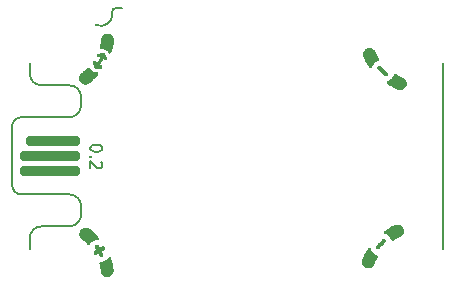
<source format=gto>
%TF.GenerationSoftware,KiCad,Pcbnew,9.0.0*%
%TF.CreationDate,2025-04-24T20:31:47+01:00*%
%TF.ProjectId,rp2040_pogo_mh_0.2,72703230-3430-45f7-906f-676f5f6d685f,v0.2*%
%TF.SameCoordinates,Original*%
%TF.FileFunction,Legend,Top*%
%TF.FilePolarity,Positive*%
%FSLAX45Y45*%
G04 Gerber Fmt 4.5, Leading zero omitted, Abs format (unit mm)*
G04 Created by KiCad (PCBNEW 9.0.0) date 2025-04-24 20:31:47*
%MOMM*%
%LPD*%
G01*
G04 APERTURE LIST*
%ADD10C,0.200000*%
%ADD11C,0.010000*%
%ADD12C,0.000000*%
G04 APERTURE END LIST*
D10*
X-1414800Y597000D02*
G75*
G02*
X-1315003Y497000I102J-99696D01*
G01*
X-1650000Y597000D02*
G75*
G02*
X-1750002Y697000I42J100044D01*
G01*
X-1050000Y1225000D02*
G75*
G02*
X-1025000Y1249996I24912J84D01*
G01*
X-1821000Y-327000D02*
X-1416000Y-327000D01*
X-1900000Y247000D02*
G75*
G02*
X-1820000Y326996I79882J114D01*
G01*
X-1050000Y1200000D02*
X-1050000Y1225000D01*
X-1050000Y1200000D02*
G75*
G02*
X-1190614Y1108619I-100000J0D01*
G01*
X-1820000Y-327000D02*
G75*
G02*
X-1900002Y-247000I-108J79894D01*
G01*
X-1414800Y327000D02*
X-1820000Y327000D01*
X-1750000Y-697000D02*
G75*
G02*
X-1650000Y-597004I100032J-36D01*
G01*
X-1414800Y-597000D02*
X-1650000Y-597000D01*
X-1650000Y597000D02*
X-1414800Y597000D01*
X-1415000Y-327000D02*
G75*
G02*
X-1315002Y-427000I-38J-100036D01*
G01*
X-970000Y1250000D02*
X-1025000Y1250000D01*
X-1750000Y790000D02*
X-1750000Y697000D01*
X1750000Y-790000D02*
X1750000Y790000D01*
X-1900000Y244000D02*
X-1900000Y-250000D01*
X-1314800Y-497000D02*
X-1315000Y-427000D01*
X-1314800Y-497000D02*
G75*
G02*
X-1414800Y-597004I-100048J44D01*
G01*
X-1750000Y-697000D02*
X-1750000Y-790000D01*
X-1315000Y427000D02*
X-1315000Y497000D01*
X-1315000Y427000D02*
G75*
G02*
X-1414800Y326996I-100048J44D01*
G01*
X-1136722Y68985D02*
X-1136722Y59461D01*
X-1136722Y59461D02*
X-1141484Y49937D01*
X-1141484Y49937D02*
X-1146246Y45176D01*
X-1146246Y45176D02*
X-1155770Y40414D01*
X-1155770Y40414D02*
X-1174817Y35652D01*
X-1174817Y35652D02*
X-1198627Y35652D01*
X-1198627Y35652D02*
X-1217674Y40414D01*
X-1217674Y40414D02*
X-1227198Y45176D01*
X-1227198Y45176D02*
X-1231960Y49937D01*
X-1231960Y49937D02*
X-1236722Y59461D01*
X-1236722Y59461D02*
X-1236722Y68985D01*
X-1236722Y68985D02*
X-1231960Y78509D01*
X-1231960Y78509D02*
X-1227198Y83271D01*
X-1227198Y83271D02*
X-1217674Y88033D01*
X-1217674Y88033D02*
X-1198627Y92795D01*
X-1198627Y92795D02*
X-1174817Y92795D01*
X-1174817Y92795D02*
X-1155770Y88033D01*
X-1155770Y88033D02*
X-1146246Y83271D01*
X-1146246Y83271D02*
X-1141484Y78509D01*
X-1141484Y78509D02*
X-1136722Y68985D01*
X-1227198Y-7205D02*
X-1231960Y-11967D01*
X-1231960Y-11967D02*
X-1236722Y-7205D01*
X-1236722Y-7205D02*
X-1231960Y-2444D01*
X-1231960Y-2444D02*
X-1227198Y-7205D01*
X-1227198Y-7205D02*
X-1236722Y-7205D01*
X-1146246Y-50062D02*
X-1141484Y-54824D01*
X-1141484Y-54824D02*
X-1136722Y-64348D01*
X-1136722Y-64348D02*
X-1136722Y-88158D01*
X-1136722Y-88158D02*
X-1141484Y-97681D01*
X-1141484Y-97681D02*
X-1146246Y-102443D01*
X-1146246Y-102443D02*
X-1155770Y-107205D01*
X-1155770Y-107205D02*
X-1165293Y-107205D01*
X-1165293Y-107205D02*
X-1179579Y-102443D01*
X-1179579Y-102443D02*
X-1236722Y-45301D01*
X-1236722Y-45301D02*
X-1236722Y-107205D01*
D11*
%TO.C,MH3*%
X-1077528Y-859709D02*
X-1075702Y-860091D01*
X-1074104Y-860896D01*
X-1072670Y-862196D01*
X-1071336Y-864066D01*
X-1070038Y-866578D01*
X-1068713Y-869804D01*
X-1068700Y-869837D01*
X-1064263Y-882529D01*
X-1060284Y-895782D01*
X-1056786Y-909494D01*
X-1053792Y-923562D01*
X-1051327Y-937882D01*
X-1049412Y-952353D01*
X-1048790Y-958315D01*
X-1048337Y-964343D01*
X-1048205Y-969699D01*
X-1048396Y-974440D01*
X-1048912Y-978619D01*
X-1049648Y-981919D01*
X-1051752Y-988076D01*
X-1054503Y-993798D01*
X-1057873Y-999052D01*
X-1061834Y-1003807D01*
X-1066359Y-1008029D01*
X-1071421Y-1011687D01*
X-1076992Y-1014748D01*
X-1077870Y-1015154D01*
X-1083387Y-1017218D01*
X-1089186Y-1018590D01*
X-1095158Y-1019272D01*
X-1101196Y-1019263D01*
X-1107194Y-1018563D01*
X-1113042Y-1017175D01*
X-1118635Y-1015098D01*
X-1119002Y-1014932D01*
X-1124337Y-1012068D01*
X-1129292Y-1008550D01*
X-1133804Y-1004455D01*
X-1137812Y-999854D01*
X-1141256Y-994822D01*
X-1144073Y-989433D01*
X-1146203Y-983760D01*
X-1146836Y-981480D01*
X-1147139Y-980012D01*
X-1147478Y-977943D01*
X-1147825Y-975464D01*
X-1148155Y-972768D01*
X-1148440Y-970044D01*
X-1148444Y-969999D01*
X-1149552Y-959855D01*
X-1150918Y-950283D01*
X-1152579Y-941093D01*
X-1154569Y-932096D01*
X-1156927Y-923102D01*
X-1158372Y-918154D01*
X-1159372Y-914580D01*
X-1160003Y-911614D01*
X-1160261Y-909162D01*
X-1160140Y-907128D01*
X-1159637Y-905415D01*
X-1158746Y-903928D01*
X-1157618Y-902711D01*
X-1156631Y-901883D01*
X-1155585Y-901223D01*
X-1154336Y-900677D01*
X-1152737Y-900193D01*
X-1150645Y-899721D01*
X-1147914Y-899207D01*
X-1147823Y-899191D01*
X-1141990Y-898025D01*
X-1136647Y-896672D01*
X-1131494Y-895049D01*
X-1128037Y-893784D01*
X-1120118Y-890319D01*
X-1112482Y-886142D01*
X-1105207Y-881308D01*
X-1098373Y-875872D01*
X-1092058Y-869890D01*
X-1088907Y-866468D01*
X-1086425Y-863833D01*
X-1084175Y-861883D01*
X-1082080Y-860570D01*
X-1080062Y-859849D01*
X-1078043Y-859673D01*
X-1077528Y-859709D01*
G36*
X-1077528Y-859709D02*
G01*
X-1075702Y-860091D01*
X-1074104Y-860896D01*
X-1072670Y-862196D01*
X-1071336Y-864066D01*
X-1070038Y-866578D01*
X-1068713Y-869804D01*
X-1068700Y-869837D01*
X-1064263Y-882529D01*
X-1060284Y-895782D01*
X-1056786Y-909494D01*
X-1053792Y-923562D01*
X-1051327Y-937882D01*
X-1049412Y-952353D01*
X-1048790Y-958315D01*
X-1048337Y-964343D01*
X-1048205Y-969699D01*
X-1048396Y-974440D01*
X-1048912Y-978619D01*
X-1049648Y-981919D01*
X-1051752Y-988076D01*
X-1054503Y-993798D01*
X-1057873Y-999052D01*
X-1061834Y-1003807D01*
X-1066359Y-1008029D01*
X-1071421Y-1011687D01*
X-1076992Y-1014748D01*
X-1077870Y-1015154D01*
X-1083387Y-1017218D01*
X-1089186Y-1018590D01*
X-1095158Y-1019272D01*
X-1101196Y-1019263D01*
X-1107194Y-1018563D01*
X-1113042Y-1017175D01*
X-1118635Y-1015098D01*
X-1119002Y-1014932D01*
X-1124337Y-1012068D01*
X-1129292Y-1008550D01*
X-1133804Y-1004455D01*
X-1137812Y-999854D01*
X-1141256Y-994822D01*
X-1144073Y-989433D01*
X-1146203Y-983760D01*
X-1146836Y-981480D01*
X-1147139Y-980012D01*
X-1147478Y-977943D01*
X-1147825Y-975464D01*
X-1148155Y-972768D01*
X-1148440Y-970044D01*
X-1148444Y-969999D01*
X-1149552Y-959855D01*
X-1150918Y-950283D01*
X-1152579Y-941093D01*
X-1154569Y-932096D01*
X-1156927Y-923102D01*
X-1158372Y-918154D01*
X-1159372Y-914580D01*
X-1160003Y-911614D01*
X-1160261Y-909162D01*
X-1160140Y-907128D01*
X-1159637Y-905415D01*
X-1158746Y-903928D01*
X-1157618Y-902711D01*
X-1156631Y-901883D01*
X-1155585Y-901223D01*
X-1154336Y-900677D01*
X-1152737Y-900193D01*
X-1150645Y-899721D01*
X-1147914Y-899207D01*
X-1147823Y-899191D01*
X-1141990Y-898025D01*
X-1136647Y-896672D01*
X-1131494Y-895049D01*
X-1128037Y-893784D01*
X-1120118Y-890319D01*
X-1112482Y-886142D01*
X-1105207Y-881308D01*
X-1098373Y-875872D01*
X-1092058Y-869890D01*
X-1088907Y-866468D01*
X-1086425Y-863833D01*
X-1084175Y-861883D01*
X-1082080Y-860570D01*
X-1080062Y-859849D01*
X-1078043Y-859673D01*
X-1077528Y-859709D01*
G37*
X-1273815Y-609357D02*
X-1267539Y-610507D01*
X-1267369Y-610549D01*
X-1265641Y-611038D01*
X-1263818Y-611690D01*
X-1261725Y-612578D01*
X-1259187Y-613771D01*
X-1258150Y-614280D01*
X-1256217Y-615264D01*
X-1254377Y-616273D01*
X-1252547Y-617366D01*
X-1250642Y-618600D01*
X-1248581Y-620034D01*
X-1246279Y-621727D01*
X-1243654Y-623738D01*
X-1240622Y-626124D01*
X-1237101Y-628945D01*
X-1235634Y-630130D01*
X-1226690Y-637665D01*
X-1217730Y-645795D01*
X-1208890Y-654380D01*
X-1200308Y-663279D01*
X-1192122Y-672350D01*
X-1184470Y-681451D01*
X-1179582Y-687664D01*
X-1177743Y-690172D01*
X-1176413Y-692244D01*
X-1175536Y-693998D01*
X-1175053Y-695551D01*
X-1174906Y-697022D01*
X-1174909Y-697227D01*
X-1175162Y-699110D01*
X-1175904Y-700620D01*
X-1176884Y-701726D01*
X-1178724Y-703022D01*
X-1181258Y-704039D01*
X-1184431Y-704755D01*
X-1185006Y-704842D01*
X-1193958Y-706492D01*
X-1202618Y-708855D01*
X-1210949Y-711917D01*
X-1218919Y-715661D01*
X-1226491Y-720071D01*
X-1233632Y-725133D01*
X-1238404Y-729097D01*
X-1240881Y-731360D01*
X-1243265Y-733689D01*
X-1245705Y-736240D01*
X-1248349Y-739165D01*
X-1250589Y-741737D01*
X-1251866Y-743144D01*
X-1252924Y-744079D01*
X-1254000Y-744723D01*
X-1255039Y-745153D01*
X-1257026Y-745679D01*
X-1258853Y-745687D01*
X-1260620Y-745132D01*
X-1262428Y-743972D01*
X-1264376Y-742161D01*
X-1265989Y-740351D01*
X-1274654Y-730624D01*
X-1283928Y-721285D01*
X-1293855Y-712294D01*
X-1304480Y-703607D01*
X-1306962Y-701697D01*
X-1309768Y-699538D01*
X-1312042Y-697727D01*
X-1313903Y-696155D01*
X-1315470Y-694715D01*
X-1316861Y-693299D01*
X-1318194Y-691799D01*
X-1319165Y-690633D01*
X-1322667Y-685728D01*
X-1325537Y-680418D01*
X-1327755Y-674794D01*
X-1329301Y-668948D01*
X-1330156Y-662968D01*
X-1330302Y-656947D01*
X-1329718Y-650974D01*
X-1328690Y-646210D01*
X-1326669Y-640213D01*
X-1324016Y-634650D01*
X-1320780Y-629551D01*
X-1317014Y-624944D01*
X-1312767Y-620860D01*
X-1308089Y-617327D01*
X-1303031Y-614375D01*
X-1297645Y-612033D01*
X-1291979Y-610331D01*
X-1286085Y-609298D01*
X-1280014Y-608964D01*
X-1273815Y-609357D01*
G36*
X-1273815Y-609357D02*
G01*
X-1267539Y-610507D01*
X-1267369Y-610549D01*
X-1265641Y-611038D01*
X-1263818Y-611690D01*
X-1261725Y-612578D01*
X-1259187Y-613771D01*
X-1258150Y-614280D01*
X-1256217Y-615264D01*
X-1254377Y-616273D01*
X-1252547Y-617366D01*
X-1250642Y-618600D01*
X-1248581Y-620034D01*
X-1246279Y-621727D01*
X-1243654Y-623738D01*
X-1240622Y-626124D01*
X-1237101Y-628945D01*
X-1235634Y-630130D01*
X-1226690Y-637665D01*
X-1217730Y-645795D01*
X-1208890Y-654380D01*
X-1200308Y-663279D01*
X-1192122Y-672350D01*
X-1184470Y-681451D01*
X-1179582Y-687664D01*
X-1177743Y-690172D01*
X-1176413Y-692244D01*
X-1175536Y-693998D01*
X-1175053Y-695551D01*
X-1174906Y-697022D01*
X-1174909Y-697227D01*
X-1175162Y-699110D01*
X-1175904Y-700620D01*
X-1176884Y-701726D01*
X-1178724Y-703022D01*
X-1181258Y-704039D01*
X-1184431Y-704755D01*
X-1185006Y-704842D01*
X-1193958Y-706492D01*
X-1202618Y-708855D01*
X-1210949Y-711917D01*
X-1218919Y-715661D01*
X-1226491Y-720071D01*
X-1233632Y-725133D01*
X-1238404Y-729097D01*
X-1240881Y-731360D01*
X-1243265Y-733689D01*
X-1245705Y-736240D01*
X-1248349Y-739165D01*
X-1250589Y-741737D01*
X-1251866Y-743144D01*
X-1252924Y-744079D01*
X-1254000Y-744723D01*
X-1255039Y-745153D01*
X-1257026Y-745679D01*
X-1258853Y-745687D01*
X-1260620Y-745132D01*
X-1262428Y-743972D01*
X-1264376Y-742161D01*
X-1265989Y-740351D01*
X-1274654Y-730624D01*
X-1283928Y-721285D01*
X-1293855Y-712294D01*
X-1304480Y-703607D01*
X-1306962Y-701697D01*
X-1309768Y-699538D01*
X-1312042Y-697727D01*
X-1313903Y-696155D01*
X-1315470Y-694715D01*
X-1316861Y-693299D01*
X-1318194Y-691799D01*
X-1319165Y-690633D01*
X-1322667Y-685728D01*
X-1325537Y-680418D01*
X-1327755Y-674794D01*
X-1329301Y-668948D01*
X-1330156Y-662968D01*
X-1330302Y-656947D01*
X-1329718Y-650974D01*
X-1328690Y-646210D01*
X-1326669Y-640213D01*
X-1324016Y-634650D01*
X-1320780Y-629551D01*
X-1317014Y-624944D01*
X-1312767Y-620860D01*
X-1308089Y-617327D01*
X-1303031Y-614375D01*
X-1297645Y-612033D01*
X-1291979Y-610331D01*
X-1286085Y-609298D01*
X-1280014Y-608964D01*
X-1273815Y-609357D01*
G37*
X-1127724Y-767420D02*
X-1125300Y-768258D01*
X-1124492Y-768698D01*
X-1121943Y-770702D01*
X-1120036Y-773111D01*
X-1118802Y-775835D01*
X-1118275Y-778780D01*
X-1118487Y-781857D01*
X-1119054Y-783931D01*
X-1119306Y-784641D01*
X-1119553Y-785285D01*
X-1119834Y-785888D01*
X-1120190Y-786478D01*
X-1120660Y-787078D01*
X-1121285Y-787716D01*
X-1122104Y-788417D01*
X-1123157Y-789206D01*
X-1124484Y-790110D01*
X-1126124Y-791153D01*
X-1128118Y-792362D01*
X-1130506Y-793763D01*
X-1133327Y-795381D01*
X-1136622Y-797242D01*
X-1140430Y-799371D01*
X-1144790Y-801795D01*
X-1149744Y-804539D01*
X-1155331Y-807629D01*
X-1158584Y-809427D01*
X-1164340Y-812609D01*
X-1169444Y-815428D01*
X-1173939Y-817906D01*
X-1177866Y-820065D01*
X-1181268Y-821927D01*
X-1184188Y-823514D01*
X-1186667Y-824849D01*
X-1188747Y-825953D01*
X-1190472Y-826848D01*
X-1191882Y-827556D01*
X-1193021Y-828100D01*
X-1193931Y-828502D01*
X-1194653Y-828783D01*
X-1195231Y-828966D01*
X-1195706Y-829072D01*
X-1196120Y-829124D01*
X-1196351Y-829138D01*
X-1199567Y-828914D01*
X-1202522Y-828004D01*
X-1205123Y-826475D01*
X-1207280Y-824394D01*
X-1208900Y-821828D01*
X-1209823Y-819170D01*
X-1210062Y-817976D01*
X-1210133Y-816966D01*
X-1210014Y-815886D01*
X-1209685Y-814480D01*
X-1209326Y-813194D01*
X-1208754Y-811325D01*
X-1208237Y-809998D01*
X-1207663Y-808978D01*
X-1206922Y-808032D01*
X-1206827Y-807924D01*
X-1206449Y-807572D01*
X-1205816Y-807094D01*
X-1204894Y-806471D01*
X-1203645Y-805681D01*
X-1202033Y-804703D01*
X-1200022Y-803516D01*
X-1197576Y-802100D01*
X-1194658Y-800432D01*
X-1191233Y-798493D01*
X-1187264Y-796262D01*
X-1182714Y-793717D01*
X-1177548Y-790837D01*
X-1171730Y-787602D01*
X-1170450Y-786891D01*
X-1164663Y-783680D01*
X-1159528Y-780835D01*
X-1155001Y-778334D01*
X-1151043Y-776155D01*
X-1147610Y-774275D01*
X-1144663Y-772674D01*
X-1142158Y-771328D01*
X-1140055Y-770217D01*
X-1138312Y-769317D01*
X-1136887Y-768608D01*
X-1135738Y-768066D01*
X-1134825Y-767671D01*
X-1134106Y-767399D01*
X-1133539Y-767230D01*
X-1133124Y-767146D01*
X-1130432Y-767031D01*
X-1127724Y-767420D01*
G36*
X-1127724Y-767420D02*
G01*
X-1125300Y-768258D01*
X-1124492Y-768698D01*
X-1121943Y-770702D01*
X-1120036Y-773111D01*
X-1118802Y-775835D01*
X-1118275Y-778780D01*
X-1118487Y-781857D01*
X-1119054Y-783931D01*
X-1119306Y-784641D01*
X-1119553Y-785285D01*
X-1119834Y-785888D01*
X-1120190Y-786478D01*
X-1120660Y-787078D01*
X-1121285Y-787716D01*
X-1122104Y-788417D01*
X-1123157Y-789206D01*
X-1124484Y-790110D01*
X-1126124Y-791153D01*
X-1128118Y-792362D01*
X-1130506Y-793763D01*
X-1133327Y-795381D01*
X-1136622Y-797242D01*
X-1140430Y-799371D01*
X-1144790Y-801795D01*
X-1149744Y-804539D01*
X-1155331Y-807629D01*
X-1158584Y-809427D01*
X-1164340Y-812609D01*
X-1169444Y-815428D01*
X-1173939Y-817906D01*
X-1177866Y-820065D01*
X-1181268Y-821927D01*
X-1184188Y-823514D01*
X-1186667Y-824849D01*
X-1188747Y-825953D01*
X-1190472Y-826848D01*
X-1191882Y-827556D01*
X-1193021Y-828100D01*
X-1193931Y-828502D01*
X-1194653Y-828783D01*
X-1195231Y-828966D01*
X-1195706Y-829072D01*
X-1196120Y-829124D01*
X-1196351Y-829138D01*
X-1199567Y-828914D01*
X-1202522Y-828004D01*
X-1205123Y-826475D01*
X-1207280Y-824394D01*
X-1208900Y-821828D01*
X-1209823Y-819170D01*
X-1210062Y-817976D01*
X-1210133Y-816966D01*
X-1210014Y-815886D01*
X-1209685Y-814480D01*
X-1209326Y-813194D01*
X-1208754Y-811325D01*
X-1208237Y-809998D01*
X-1207663Y-808978D01*
X-1206922Y-808032D01*
X-1206827Y-807924D01*
X-1206449Y-807572D01*
X-1205816Y-807094D01*
X-1204894Y-806471D01*
X-1203645Y-805681D01*
X-1202033Y-804703D01*
X-1200022Y-803516D01*
X-1197576Y-802100D01*
X-1194658Y-800432D01*
X-1191233Y-798493D01*
X-1187264Y-796262D01*
X-1182714Y-793717D01*
X-1177548Y-790837D01*
X-1171730Y-787602D01*
X-1170450Y-786891D01*
X-1164663Y-783680D01*
X-1159528Y-780835D01*
X-1155001Y-778334D01*
X-1151043Y-776155D01*
X-1147610Y-774275D01*
X-1144663Y-772674D01*
X-1142158Y-771328D01*
X-1140055Y-770217D01*
X-1138312Y-769317D01*
X-1136887Y-768608D01*
X-1135738Y-768066D01*
X-1134825Y-767671D01*
X-1134106Y-767399D01*
X-1133539Y-767230D01*
X-1133124Y-767146D01*
X-1130432Y-767031D01*
X-1127724Y-767420D01*
G37*
X-1184506Y-754022D02*
X-1183099Y-754351D01*
X-1181814Y-754710D01*
X-1179945Y-755282D01*
X-1178618Y-755799D01*
X-1177598Y-756373D01*
X-1176652Y-757114D01*
X-1176544Y-757209D01*
X-1176192Y-757588D01*
X-1175714Y-758220D01*
X-1175091Y-759142D01*
X-1174301Y-760391D01*
X-1173323Y-762003D01*
X-1172136Y-764014D01*
X-1170719Y-766460D01*
X-1169052Y-769378D01*
X-1167113Y-772803D01*
X-1164882Y-776772D01*
X-1162337Y-781322D01*
X-1159457Y-786488D01*
X-1156222Y-792307D01*
X-1155511Y-793586D01*
X-1152300Y-799373D01*
X-1149455Y-804508D01*
X-1146954Y-809035D01*
X-1144774Y-812993D01*
X-1142895Y-816426D01*
X-1141294Y-819373D01*
X-1139948Y-821878D01*
X-1138837Y-823981D01*
X-1137937Y-825724D01*
X-1137228Y-827149D01*
X-1136686Y-828297D01*
X-1136291Y-829211D01*
X-1136019Y-829930D01*
X-1135849Y-830497D01*
X-1135766Y-830912D01*
X-1135651Y-833604D01*
X-1136039Y-836312D01*
X-1136878Y-838736D01*
X-1137318Y-839544D01*
X-1139322Y-842093D01*
X-1141731Y-844000D01*
X-1144454Y-845234D01*
X-1147400Y-845761D01*
X-1150477Y-845549D01*
X-1152551Y-844982D01*
X-1153261Y-844730D01*
X-1153904Y-844483D01*
X-1154508Y-844202D01*
X-1155097Y-843846D01*
X-1155698Y-843376D01*
X-1156336Y-842751D01*
X-1157037Y-841932D01*
X-1157826Y-840879D01*
X-1158729Y-839553D01*
X-1159773Y-837912D01*
X-1160982Y-835918D01*
X-1162383Y-833530D01*
X-1164001Y-830709D01*
X-1165862Y-827414D01*
X-1167991Y-823606D01*
X-1170415Y-819245D01*
X-1173159Y-814292D01*
X-1176249Y-808705D01*
X-1178047Y-805453D01*
X-1181229Y-799696D01*
X-1184048Y-794592D01*
X-1186526Y-790097D01*
X-1188685Y-786170D01*
X-1190547Y-782768D01*
X-1192134Y-779848D01*
X-1193469Y-777369D01*
X-1194573Y-775289D01*
X-1195468Y-773564D01*
X-1196176Y-772154D01*
X-1196720Y-771015D01*
X-1197122Y-770105D01*
X-1197403Y-769383D01*
X-1197585Y-768805D01*
X-1197692Y-768330D01*
X-1197744Y-767916D01*
X-1197758Y-767685D01*
X-1197534Y-764469D01*
X-1196624Y-761514D01*
X-1195095Y-758913D01*
X-1193013Y-756756D01*
X-1190448Y-755136D01*
X-1187790Y-754213D01*
X-1186596Y-753974D01*
X-1185586Y-753903D01*
X-1184506Y-754022D01*
G36*
X-1184506Y-754022D02*
G01*
X-1183099Y-754351D01*
X-1181814Y-754710D01*
X-1179945Y-755282D01*
X-1178618Y-755799D01*
X-1177598Y-756373D01*
X-1176652Y-757114D01*
X-1176544Y-757209D01*
X-1176192Y-757588D01*
X-1175714Y-758220D01*
X-1175091Y-759142D01*
X-1174301Y-760391D01*
X-1173323Y-762003D01*
X-1172136Y-764014D01*
X-1170719Y-766460D01*
X-1169052Y-769378D01*
X-1167113Y-772803D01*
X-1164882Y-776772D01*
X-1162337Y-781322D01*
X-1159457Y-786488D01*
X-1156222Y-792307D01*
X-1155511Y-793586D01*
X-1152300Y-799373D01*
X-1149455Y-804508D01*
X-1146954Y-809035D01*
X-1144774Y-812993D01*
X-1142895Y-816426D01*
X-1141294Y-819373D01*
X-1139948Y-821878D01*
X-1138837Y-823981D01*
X-1137937Y-825724D01*
X-1137228Y-827149D01*
X-1136686Y-828297D01*
X-1136291Y-829211D01*
X-1136019Y-829930D01*
X-1135849Y-830497D01*
X-1135766Y-830912D01*
X-1135651Y-833604D01*
X-1136039Y-836312D01*
X-1136878Y-838736D01*
X-1137318Y-839544D01*
X-1139322Y-842093D01*
X-1141731Y-844000D01*
X-1144454Y-845234D01*
X-1147400Y-845761D01*
X-1150477Y-845549D01*
X-1152551Y-844982D01*
X-1153261Y-844730D01*
X-1153904Y-844483D01*
X-1154508Y-844202D01*
X-1155097Y-843846D01*
X-1155698Y-843376D01*
X-1156336Y-842751D01*
X-1157037Y-841932D01*
X-1157826Y-840879D01*
X-1158729Y-839553D01*
X-1159773Y-837912D01*
X-1160982Y-835918D01*
X-1162383Y-833530D01*
X-1164001Y-830709D01*
X-1165862Y-827414D01*
X-1167991Y-823606D01*
X-1170415Y-819245D01*
X-1173159Y-814292D01*
X-1176249Y-808705D01*
X-1178047Y-805453D01*
X-1181229Y-799696D01*
X-1184048Y-794592D01*
X-1186526Y-790097D01*
X-1188685Y-786170D01*
X-1190547Y-782768D01*
X-1192134Y-779848D01*
X-1193469Y-777369D01*
X-1194573Y-775289D01*
X-1195468Y-773564D01*
X-1196176Y-772154D01*
X-1196720Y-771015D01*
X-1197122Y-770105D01*
X-1197403Y-769383D01*
X-1197585Y-768805D01*
X-1197692Y-768330D01*
X-1197744Y-767916D01*
X-1197758Y-767685D01*
X-1197534Y-764469D01*
X-1196624Y-761514D01*
X-1195095Y-758913D01*
X-1193013Y-756756D01*
X-1190448Y-755136D01*
X-1187790Y-754213D01*
X-1186596Y-753974D01*
X-1185586Y-753903D01*
X-1184506Y-754022D01*
G37*
D12*
%TO.C,*%
G36*
X-1351500Y43545D02*
G01*
X-1341147Y38483D01*
X-1332997Y30334D01*
X-1327936Y19980D01*
X-1326480Y9990D01*
X-1326480Y-9990D01*
X-1327936Y-19980D01*
X-1332997Y-30333D01*
X-1341147Y-38483D01*
X-1351500Y-43544D01*
X-1361490Y-45000D01*
X-1796470Y-45000D01*
X-1806460Y-43544D01*
X-1816813Y-38483D01*
X-1824963Y-30333D01*
X-1830024Y-19980D01*
X-1831480Y-9990D01*
X-1831480Y9990D01*
X-1830024Y19980D01*
X-1824963Y30334D01*
X-1816813Y38483D01*
X-1806460Y43545D01*
X-1796470Y45000D01*
X-1361490Y45000D01*
X-1351500Y43545D01*
G37*
G36*
X-1351500Y-83455D02*
G01*
X-1341147Y-88517D01*
X-1332997Y-96666D01*
X-1327936Y-107020D01*
X-1326480Y-117010D01*
X-1326480Y-136990D01*
X-1327936Y-146980D01*
X-1332997Y-157333D01*
X-1341147Y-165483D01*
X-1351500Y-170544D01*
X-1361490Y-172000D01*
X-1796470Y-172000D01*
X-1806460Y-170544D01*
X-1816813Y-165483D01*
X-1824963Y-157333D01*
X-1830024Y-146980D01*
X-1831480Y-136990D01*
X-1831480Y-117010D01*
X-1830024Y-107020D01*
X-1824963Y-96666D01*
X-1816813Y-88517D01*
X-1806460Y-83455D01*
X-1796470Y-82000D01*
X-1361490Y-82000D01*
X-1351500Y-83455D01*
G37*
G36*
X-1351500Y170545D02*
G01*
X-1341147Y165483D01*
X-1332997Y157334D01*
X-1327936Y146980D01*
X-1326480Y136990D01*
X-1326480Y117010D01*
X-1327936Y107020D01*
X-1332997Y96667D01*
X-1341147Y88517D01*
X-1351500Y83456D01*
X-1361490Y82000D01*
X-1746470Y82000D01*
X-1756460Y83456D01*
X-1766813Y88517D01*
X-1774963Y96667D01*
X-1780024Y107020D01*
X-1781480Y117010D01*
X-1781480Y136990D01*
X-1780024Y146980D01*
X-1774963Y157334D01*
X-1766813Y165483D01*
X-1756460Y170545D01*
X-1746470Y172000D01*
X-1361490Y172000D01*
X-1351500Y170545D01*
G37*
D11*
%TO.C,MH1*%
X-1258239Y746425D02*
X-1257014Y746027D01*
X-1255900Y745490D01*
X-1254774Y744720D01*
X-1253518Y743621D01*
X-1252008Y742097D01*
X-1250125Y740053D01*
X-1250063Y739985D01*
X-1245984Y735656D01*
X-1242005Y731841D01*
X-1237898Y728332D01*
X-1234993Y726070D01*
X-1227858Y721191D01*
X-1220269Y716928D01*
X-1212315Y713321D01*
X-1204083Y710405D01*
X-1195664Y708221D01*
X-1191092Y707361D01*
X-1187543Y706652D01*
X-1184696Y705778D01*
X-1182473Y704697D01*
X-1180792Y703368D01*
X-1179573Y701749D01*
X-1179330Y701293D01*
X-1178687Y699542D01*
X-1178522Y697761D01*
X-1178865Y695855D01*
X-1179744Y693733D01*
X-1181186Y691301D01*
X-1183220Y688467D01*
X-1183241Y688440D01*
X-1191653Y677951D01*
X-1200784Y667553D01*
X-1210559Y657321D01*
X-1220903Y647328D01*
X-1231740Y637648D01*
X-1242998Y628355D01*
X-1247724Y624669D01*
X-1252596Y621090D01*
X-1257069Y618140D01*
X-1261190Y615790D01*
X-1265007Y614012D01*
X-1268196Y612888D01*
X-1274532Y611410D01*
X-1280843Y610710D01*
X-1287084Y610784D01*
X-1293215Y611623D01*
X-1299194Y613223D01*
X-1304979Y615578D01*
X-1310527Y618680D01*
X-1311336Y619210D01*
X-1316010Y622795D01*
X-1320247Y626985D01*
X-1323990Y631689D01*
X-1327182Y636815D01*
X-1329767Y642271D01*
X-1331689Y647967D01*
X-1332891Y653811D01*
X-1332945Y654209D01*
X-1333343Y660252D01*
X-1332985Y666317D01*
X-1331903Y672314D01*
X-1330126Y678151D01*
X-1327684Y683738D01*
X-1324606Y688983D01*
X-1320924Y693796D01*
X-1319326Y695541D01*
X-1318241Y696576D01*
X-1316666Y697960D01*
X-1314748Y699567D01*
X-1312636Y701276D01*
X-1310477Y702961D01*
X-1310441Y702988D01*
X-1302425Y709304D01*
X-1295032Y715535D01*
X-1288119Y721812D01*
X-1281544Y728268D01*
X-1275166Y735033D01*
X-1271736Y738882D01*
X-1269234Y741624D01*
X-1267054Y743730D01*
X-1265111Y745248D01*
X-1263321Y746224D01*
X-1261602Y746705D01*
X-1259869Y746738D01*
X-1258239Y746425D01*
G36*
X-1258239Y746425D02*
G01*
X-1257014Y746027D01*
X-1255900Y745490D01*
X-1254774Y744720D01*
X-1253518Y743621D01*
X-1252008Y742097D01*
X-1250125Y740053D01*
X-1250063Y739985D01*
X-1245984Y735656D01*
X-1242005Y731841D01*
X-1237898Y728332D01*
X-1234993Y726070D01*
X-1227858Y721191D01*
X-1220269Y716928D01*
X-1212315Y713321D01*
X-1204083Y710405D01*
X-1195664Y708221D01*
X-1191092Y707361D01*
X-1187543Y706652D01*
X-1184696Y705778D01*
X-1182473Y704697D01*
X-1180792Y703368D01*
X-1179573Y701749D01*
X-1179330Y701293D01*
X-1178687Y699542D01*
X-1178522Y697761D01*
X-1178865Y695855D01*
X-1179744Y693733D01*
X-1181186Y691301D01*
X-1183220Y688467D01*
X-1183241Y688440D01*
X-1191653Y677951D01*
X-1200784Y667553D01*
X-1210559Y657321D01*
X-1220903Y647328D01*
X-1231740Y637648D01*
X-1242998Y628355D01*
X-1247724Y624669D01*
X-1252596Y621090D01*
X-1257069Y618140D01*
X-1261190Y615790D01*
X-1265007Y614012D01*
X-1268196Y612888D01*
X-1274532Y611410D01*
X-1280843Y610710D01*
X-1287084Y610784D01*
X-1293215Y611623D01*
X-1299194Y613223D01*
X-1304979Y615578D01*
X-1310527Y618680D01*
X-1311336Y619210D01*
X-1316010Y622795D01*
X-1320247Y626985D01*
X-1323990Y631689D01*
X-1327182Y636815D01*
X-1329767Y642271D01*
X-1331689Y647967D01*
X-1332891Y653811D01*
X-1332945Y654209D01*
X-1333343Y660252D01*
X-1332985Y666317D01*
X-1331903Y672314D01*
X-1330126Y678151D01*
X-1327684Y683738D01*
X-1324606Y688983D01*
X-1320924Y693796D01*
X-1319326Y695541D01*
X-1318241Y696576D01*
X-1316666Y697960D01*
X-1314748Y699567D01*
X-1312636Y701276D01*
X-1310477Y702961D01*
X-1310441Y702988D01*
X-1302425Y709304D01*
X-1295032Y715535D01*
X-1288119Y721812D01*
X-1281544Y728268D01*
X-1275166Y735033D01*
X-1271736Y738882D01*
X-1269234Y741624D01*
X-1267054Y743730D01*
X-1265111Y745248D01*
X-1263321Y746224D01*
X-1261602Y746705D01*
X-1259869Y746738D01*
X-1258239Y746425D01*
G37*
X-1091735Y1035131D02*
X-1085833Y1034378D01*
X-1080118Y1032941D01*
X-1074643Y1030846D01*
X-1069460Y1028121D01*
X-1064619Y1024794D01*
X-1060174Y1020891D01*
X-1056174Y1016441D01*
X-1052673Y1011469D01*
X-1049722Y1006004D01*
X-1047371Y1000072D01*
X-1047317Y999906D01*
X-1046816Y998181D01*
X-1046403Y996289D01*
X-1046047Y994044D01*
X-1045714Y991259D01*
X-1045595Y990110D01*
X-1045406Y987950D01*
X-1045287Y985854D01*
X-1045243Y983723D01*
X-1045280Y981454D01*
X-1045404Y978946D01*
X-1045621Y976096D01*
X-1045935Y972805D01*
X-1046352Y968969D01*
X-1046878Y964489D01*
X-1047106Y962616D01*
X-1048756Y951039D01*
X-1050903Y939131D01*
X-1053499Y927085D01*
X-1056498Y915092D01*
X-1059852Y903343D01*
X-1063516Y892031D01*
X-1066194Y884593D01*
X-1067347Y881704D01*
X-1068399Y879479D01*
X-1069421Y877805D01*
X-1070482Y876573D01*
X-1071652Y875668D01*
X-1071828Y875562D01*
X-1073559Y874780D01*
X-1075233Y874609D01*
X-1076690Y874853D01*
X-1078764Y875727D01*
X-1080969Y877337D01*
X-1083258Y879648D01*
X-1083636Y880090D01*
X-1089779Y886808D01*
X-1096373Y892899D01*
X-1103384Y898342D01*
X-1110782Y903116D01*
X-1118535Y907201D01*
X-1126612Y910575D01*
X-1132503Y912520D01*
X-1135734Y913422D01*
X-1138973Y914210D01*
X-1142429Y914927D01*
X-1146310Y915619D01*
X-1149679Y916156D01*
X-1151548Y916493D01*
X-1152903Y916896D01*
X-1154019Y917466D01*
X-1154934Y918119D01*
X-1156433Y919526D01*
X-1157408Y921072D01*
X-1157874Y922864D01*
X-1157848Y925012D01*
X-1157344Y927624D01*
X-1156664Y929951D01*
X-1153007Y942453D01*
X-1150002Y955267D01*
X-1147637Y968450D01*
X-1145900Y982064D01*
X-1145596Y985181D01*
X-1145252Y988704D01*
X-1144921Y991593D01*
X-1144574Y994004D01*
X-1144183Y996096D01*
X-1143719Y998026D01*
X-1143154Y999952D01*
X-1142680Y1001393D01*
X-1140376Y1006963D01*
X-1137393Y1012210D01*
X-1133800Y1017071D01*
X-1129661Y1021480D01*
X-1125043Y1025374D01*
X-1120014Y1028688D01*
X-1114639Y1031358D01*
X-1110054Y1033011D01*
X-1103898Y1034475D01*
X-1097774Y1035173D01*
X-1091735Y1035131D01*
G36*
X-1091735Y1035131D02*
G01*
X-1085833Y1034378D01*
X-1080118Y1032941D01*
X-1074643Y1030846D01*
X-1069460Y1028121D01*
X-1064619Y1024794D01*
X-1060174Y1020891D01*
X-1056174Y1016441D01*
X-1052673Y1011469D01*
X-1049722Y1006004D01*
X-1047371Y1000072D01*
X-1047317Y999906D01*
X-1046816Y998181D01*
X-1046403Y996289D01*
X-1046047Y994044D01*
X-1045714Y991259D01*
X-1045595Y990110D01*
X-1045406Y987950D01*
X-1045287Y985854D01*
X-1045243Y983723D01*
X-1045280Y981454D01*
X-1045404Y978946D01*
X-1045621Y976096D01*
X-1045935Y972805D01*
X-1046352Y968969D01*
X-1046878Y964489D01*
X-1047106Y962616D01*
X-1048756Y951039D01*
X-1050903Y939131D01*
X-1053499Y927085D01*
X-1056498Y915092D01*
X-1059852Y903343D01*
X-1063516Y892031D01*
X-1066194Y884593D01*
X-1067347Y881704D01*
X-1068399Y879479D01*
X-1069421Y877805D01*
X-1070482Y876573D01*
X-1071652Y875668D01*
X-1071828Y875562D01*
X-1073559Y874780D01*
X-1075233Y874609D01*
X-1076690Y874853D01*
X-1078764Y875727D01*
X-1080969Y877337D01*
X-1083258Y879648D01*
X-1083636Y880090D01*
X-1089779Y886808D01*
X-1096373Y892899D01*
X-1103384Y898342D01*
X-1110782Y903116D01*
X-1118535Y907201D01*
X-1126612Y910575D01*
X-1132503Y912520D01*
X-1135734Y913422D01*
X-1138973Y914210D01*
X-1142429Y914927D01*
X-1146310Y915619D01*
X-1149679Y916156D01*
X-1151548Y916493D01*
X-1152903Y916896D01*
X-1154019Y917466D01*
X-1154934Y918119D01*
X-1156433Y919526D01*
X-1157408Y921072D01*
X-1157874Y922864D01*
X-1157848Y925012D01*
X-1157344Y927624D01*
X-1156664Y929951D01*
X-1153007Y942453D01*
X-1150002Y955267D01*
X-1147637Y968450D01*
X-1145900Y982064D01*
X-1145596Y985181D01*
X-1145252Y988704D01*
X-1144921Y991593D01*
X-1144574Y994004D01*
X-1144183Y996096D01*
X-1143719Y998026D01*
X-1143154Y999952D01*
X-1142680Y1001393D01*
X-1140376Y1006963D01*
X-1137393Y1012210D01*
X-1133800Y1017071D01*
X-1129661Y1021480D01*
X-1125043Y1025374D01*
X-1120014Y1028688D01*
X-1114639Y1031358D01*
X-1110054Y1033011D01*
X-1103898Y1034475D01*
X-1097774Y1035173D01*
X-1091735Y1035131D01*
G37*
X-1132648Y874020D02*
X-1131864Y873889D01*
X-1131120Y873661D01*
X-1130346Y873350D01*
X-1129957Y873182D01*
X-1128595Y872376D01*
X-1127184Y871200D01*
X-1125939Y869869D01*
X-1125074Y868599D01*
X-1124853Y868065D01*
X-1124608Y867527D01*
X-1124018Y866369D01*
X-1123120Y864663D01*
X-1121954Y862483D01*
X-1120560Y859903D01*
X-1118977Y856994D01*
X-1117245Y853831D01*
X-1115559Y850771D01*
X-1113252Y846583D01*
X-1111309Y843021D01*
X-1109701Y840023D01*
X-1108399Y837523D01*
X-1107373Y835459D01*
X-1106596Y833766D01*
X-1106039Y832383D01*
X-1105671Y831244D01*
X-1105466Y830286D01*
X-1105394Y829445D01*
X-1105425Y828659D01*
X-1105446Y828464D01*
X-1106029Y826210D01*
X-1107152Y823989D01*
X-1108573Y822223D01*
X-1110164Y821109D01*
X-1112228Y820239D01*
X-1114462Y819698D01*
X-1116563Y819575D01*
X-1117408Y819684D01*
X-1119257Y820299D01*
X-1121142Y821294D01*
X-1122748Y822485D01*
X-1123462Y823235D01*
X-1123891Y823886D01*
X-1124627Y825111D01*
X-1125598Y826786D01*
X-1126731Y828786D01*
X-1127956Y830988D01*
X-1128157Y831353D01*
X-1129340Y833498D01*
X-1130392Y835391D01*
X-1131254Y836926D01*
X-1131867Y838000D01*
X-1132173Y838507D01*
X-1132194Y838533D01*
X-1132382Y838212D01*
X-1132814Y837279D01*
X-1133437Y835855D01*
X-1134197Y834065D01*
X-1134684Y832894D01*
X-1140975Y818697D01*
X-1147985Y804835D01*
X-1155714Y791309D01*
X-1164161Y778120D01*
X-1168570Y771771D01*
X-1169831Y769964D01*
X-1170880Y768388D01*
X-1171649Y767152D01*
X-1172070Y766363D01*
X-1172112Y766128D01*
X-1171625Y766092D01*
X-1170465Y766083D01*
X-1168753Y766101D01*
X-1166609Y766143D01*
X-1164154Y766208D01*
X-1163159Y766239D01*
X-1159967Y766337D01*
X-1157457Y766396D01*
X-1155514Y766410D01*
X-1154028Y766369D01*
X-1152886Y766265D01*
X-1151976Y766091D01*
X-1151185Y765838D01*
X-1150400Y765499D01*
X-1149978Y765296D01*
X-1147758Y763804D01*
X-1146088Y761855D01*
X-1144988Y759581D01*
X-1144476Y757113D01*
X-1144571Y754583D01*
X-1145289Y752122D01*
X-1146651Y749861D01*
X-1147670Y748761D01*
X-1148601Y747970D01*
X-1149582Y747345D01*
X-1150721Y746863D01*
X-1152125Y746501D01*
X-1153904Y746239D01*
X-1156166Y746054D01*
X-1159018Y745924D01*
X-1162057Y745838D01*
X-1164975Y745768D01*
X-1168471Y745681D01*
X-1172328Y745583D01*
X-1176331Y745479D01*
X-1180264Y745375D01*
X-1183752Y745281D01*
X-1187561Y745185D01*
X-1190670Y745134D01*
X-1193174Y745140D01*
X-1195164Y745215D01*
X-1196736Y745370D01*
X-1197983Y745617D01*
X-1198997Y745968D01*
X-1199874Y746433D01*
X-1200705Y747025D01*
X-1201221Y747445D01*
X-1201769Y747920D01*
X-1202251Y748400D01*
X-1202687Y748951D01*
X-1203099Y749639D01*
X-1203507Y750529D01*
X-1203932Y751689D01*
X-1204395Y753183D01*
X-1204918Y755078D01*
X-1205521Y757440D01*
X-1206226Y760334D01*
X-1207053Y763827D01*
X-1208023Y767984D01*
X-1208741Y771082D01*
X-1209637Y774971D01*
X-1210476Y778665D01*
X-1211241Y782086D01*
X-1211915Y785153D01*
X-1212480Y787786D01*
X-1212919Y789905D01*
X-1213216Y791431D01*
X-1213351Y792284D01*
X-1213358Y792380D01*
X-1213043Y794893D01*
X-1212070Y797153D01*
X-1210557Y799087D01*
X-1208618Y800625D01*
X-1206369Y801694D01*
X-1203925Y802224D01*
X-1201404Y802142D01*
X-1198919Y801378D01*
X-1198858Y801349D01*
X-1197033Y800204D01*
X-1195444Y798713D01*
X-1195356Y798607D01*
X-1194831Y797941D01*
X-1194411Y797306D01*
X-1194049Y796569D01*
X-1193696Y795597D01*
X-1193303Y794255D01*
X-1192822Y792411D01*
X-1192205Y789930D01*
X-1192197Y789898D01*
X-1191602Y787452D01*
X-1191041Y785079D01*
X-1190555Y782964D01*
X-1190190Y781294D01*
X-1190022Y780462D01*
X-1189841Y779480D01*
X-1189669Y778802D01*
X-1189439Y778476D01*
X-1189085Y778548D01*
X-1188540Y779066D01*
X-1187739Y780077D01*
X-1186615Y781629D01*
X-1185101Y783768D01*
X-1184816Y784171D01*
X-1178744Y793134D01*
X-1172894Y802513D01*
X-1167347Y812157D01*
X-1162186Y821914D01*
X-1157492Y831634D01*
X-1153346Y841166D01*
X-1151380Y846140D01*
X-1150696Y847935D01*
X-1154046Y846711D01*
X-1155657Y846148D01*
X-1157790Y845442D01*
X-1160204Y844670D01*
X-1162657Y843910D01*
X-1163478Y843662D01*
X-1165893Y842951D01*
X-1167699Y842462D01*
X-1169036Y842164D01*
X-1170047Y842029D01*
X-1170875Y842029D01*
X-1171279Y842071D01*
X-1173861Y842805D01*
X-1176179Y844193D01*
X-1178085Y846111D01*
X-1179433Y848430D01*
X-1179773Y849404D01*
X-1180133Y851977D01*
X-1179826Y854591D01*
X-1178914Y857050D01*
X-1177455Y859155D01*
X-1176527Y860023D01*
X-1176114Y860339D01*
X-1175660Y860640D01*
X-1175102Y860949D01*
X-1174376Y861289D01*
X-1173419Y861682D01*
X-1172170Y862152D01*
X-1170564Y862720D01*
X-1168539Y863410D01*
X-1166033Y864244D01*
X-1162981Y865245D01*
X-1159321Y866435D01*
X-1154990Y867837D01*
X-1153318Y868378D01*
X-1148954Y869787D01*
X-1145273Y870967D01*
X-1142204Y871931D01*
X-1139676Y872695D01*
X-1137618Y873272D01*
X-1135957Y873679D01*
X-1134623Y873930D01*
X-1133544Y874038D01*
X-1132648Y874020D01*
G36*
X-1132648Y874020D02*
G01*
X-1131864Y873889D01*
X-1131120Y873661D01*
X-1130346Y873350D01*
X-1129957Y873182D01*
X-1128595Y872376D01*
X-1127184Y871200D01*
X-1125939Y869869D01*
X-1125074Y868599D01*
X-1124853Y868065D01*
X-1124608Y867527D01*
X-1124018Y866369D01*
X-1123120Y864663D01*
X-1121954Y862483D01*
X-1120560Y859903D01*
X-1118977Y856994D01*
X-1117245Y853831D01*
X-1115559Y850771D01*
X-1113252Y846583D01*
X-1111309Y843021D01*
X-1109701Y840023D01*
X-1108399Y837523D01*
X-1107373Y835459D01*
X-1106596Y833766D01*
X-1106039Y832383D01*
X-1105671Y831244D01*
X-1105466Y830286D01*
X-1105394Y829445D01*
X-1105425Y828659D01*
X-1105446Y828464D01*
X-1106029Y826210D01*
X-1107152Y823989D01*
X-1108573Y822223D01*
X-1110164Y821109D01*
X-1112228Y820239D01*
X-1114462Y819698D01*
X-1116563Y819575D01*
X-1117408Y819684D01*
X-1119257Y820299D01*
X-1121142Y821294D01*
X-1122748Y822485D01*
X-1123462Y823235D01*
X-1123891Y823886D01*
X-1124627Y825111D01*
X-1125598Y826786D01*
X-1126731Y828786D01*
X-1127956Y830988D01*
X-1128157Y831353D01*
X-1129340Y833498D01*
X-1130392Y835391D01*
X-1131254Y836926D01*
X-1131867Y838000D01*
X-1132173Y838507D01*
X-1132194Y838533D01*
X-1132382Y838212D01*
X-1132814Y837279D01*
X-1133437Y835855D01*
X-1134197Y834065D01*
X-1134684Y832894D01*
X-1140975Y818697D01*
X-1147985Y804835D01*
X-1155714Y791309D01*
X-1164161Y778120D01*
X-1168570Y771771D01*
X-1169831Y769964D01*
X-1170880Y768388D01*
X-1171649Y767152D01*
X-1172070Y766363D01*
X-1172112Y766128D01*
X-1171625Y766092D01*
X-1170465Y766083D01*
X-1168753Y766101D01*
X-1166609Y766143D01*
X-1164154Y766208D01*
X-1163159Y766239D01*
X-1159967Y766337D01*
X-1157457Y766396D01*
X-1155514Y766410D01*
X-1154028Y766369D01*
X-1152886Y766265D01*
X-1151976Y766091D01*
X-1151185Y765838D01*
X-1150400Y765499D01*
X-1149978Y765296D01*
X-1147758Y763804D01*
X-1146088Y761855D01*
X-1144988Y759581D01*
X-1144476Y757113D01*
X-1144571Y754583D01*
X-1145289Y752122D01*
X-1146651Y749861D01*
X-1147670Y748761D01*
X-1148601Y747970D01*
X-1149582Y747345D01*
X-1150721Y746863D01*
X-1152125Y746501D01*
X-1153904Y746239D01*
X-1156166Y746054D01*
X-1159018Y745924D01*
X-1162057Y745838D01*
X-1164975Y745768D01*
X-1168471Y745681D01*
X-1172328Y745583D01*
X-1176331Y745479D01*
X-1180264Y745375D01*
X-1183752Y745281D01*
X-1187561Y745185D01*
X-1190670Y745134D01*
X-1193174Y745140D01*
X-1195164Y745215D01*
X-1196736Y745370D01*
X-1197983Y745617D01*
X-1198997Y745968D01*
X-1199874Y746433D01*
X-1200705Y747025D01*
X-1201221Y747445D01*
X-1201769Y747920D01*
X-1202251Y748400D01*
X-1202687Y748951D01*
X-1203099Y749639D01*
X-1203507Y750529D01*
X-1203932Y751689D01*
X-1204395Y753183D01*
X-1204918Y755078D01*
X-1205521Y757440D01*
X-1206226Y760334D01*
X-1207053Y763827D01*
X-1208023Y767984D01*
X-1208741Y771082D01*
X-1209637Y774971D01*
X-1210476Y778665D01*
X-1211241Y782086D01*
X-1211915Y785153D01*
X-1212480Y787786D01*
X-1212919Y789905D01*
X-1213216Y791431D01*
X-1213351Y792284D01*
X-1213358Y792380D01*
X-1213043Y794893D01*
X-1212070Y797153D01*
X-1210557Y799087D01*
X-1208618Y800625D01*
X-1206369Y801694D01*
X-1203925Y802224D01*
X-1201404Y802142D01*
X-1198919Y801378D01*
X-1198858Y801349D01*
X-1197033Y800204D01*
X-1195444Y798713D01*
X-1195356Y798607D01*
X-1194831Y797941D01*
X-1194411Y797306D01*
X-1194049Y796569D01*
X-1193696Y795597D01*
X-1193303Y794255D01*
X-1192822Y792411D01*
X-1192205Y789930D01*
X-1192197Y789898D01*
X-1191602Y787452D01*
X-1191041Y785079D01*
X-1190555Y782964D01*
X-1190190Y781294D01*
X-1190022Y780462D01*
X-1189841Y779480D01*
X-1189669Y778802D01*
X-1189439Y778476D01*
X-1189085Y778548D01*
X-1188540Y779066D01*
X-1187739Y780077D01*
X-1186615Y781629D01*
X-1185101Y783768D01*
X-1184816Y784171D01*
X-1178744Y793134D01*
X-1172894Y802513D01*
X-1167347Y812157D01*
X-1162186Y821914D01*
X-1157492Y831634D01*
X-1153346Y841166D01*
X-1151380Y846140D01*
X-1150696Y847935D01*
X-1154046Y846711D01*
X-1155657Y846148D01*
X-1157790Y845442D01*
X-1160204Y844670D01*
X-1162657Y843910D01*
X-1163478Y843662D01*
X-1165893Y842951D01*
X-1167699Y842462D01*
X-1169036Y842164D01*
X-1170047Y842029D01*
X-1170875Y842029D01*
X-1171279Y842071D01*
X-1173861Y842805D01*
X-1176179Y844193D01*
X-1178085Y846111D01*
X-1179433Y848430D01*
X-1179773Y849404D01*
X-1180133Y851977D01*
X-1179826Y854591D01*
X-1178914Y857050D01*
X-1177455Y859155D01*
X-1176527Y860023D01*
X-1176114Y860339D01*
X-1175660Y860640D01*
X-1175102Y860949D01*
X-1174376Y861289D01*
X-1173419Y861682D01*
X-1172170Y862152D01*
X-1170564Y862720D01*
X-1168539Y863410D01*
X-1166033Y864244D01*
X-1162981Y865245D01*
X-1159321Y866435D01*
X-1154990Y867837D01*
X-1153318Y868378D01*
X-1148954Y869787D01*
X-1145273Y870967D01*
X-1142204Y871931D01*
X-1139676Y872695D01*
X-1137618Y873272D01*
X-1135957Y873679D01*
X-1134623Y873930D01*
X-1133544Y874038D01*
X-1132648Y874020D01*
G37*
%TO.C,MH2*%
X1129248Y912779D02*
X1129646Y912721D01*
X1135564Y911438D01*
X1141297Y909422D01*
X1146763Y906729D01*
X1151884Y903412D01*
X1156581Y899524D01*
X1160775Y895120D01*
X1164386Y890254D01*
X1165623Y888237D01*
X1166319Y886909D01*
X1167215Y885013D01*
X1168232Y882727D01*
X1169292Y880225D01*
X1170317Y877685D01*
X1170333Y877643D01*
X1174195Y868198D01*
X1178146Y859373D01*
X1182275Y850997D01*
X1186668Y842898D01*
X1191413Y834902D01*
X1194167Y830544D01*
X1196114Y827383D01*
X1197538Y824707D01*
X1198461Y822421D01*
X1198906Y820432D01*
X1198894Y818647D01*
X1198448Y816972D01*
X1197698Y815491D01*
X1196978Y814423D01*
X1196155Y813500D01*
X1195104Y812630D01*
X1193701Y811725D01*
X1191820Y810694D01*
X1189336Y809448D01*
X1189254Y809407D01*
X1183968Y806679D01*
X1179204Y803905D01*
X1174699Y800925D01*
X1171724Y798756D01*
X1165067Y793243D01*
X1158878Y787123D01*
X1153218Y780470D01*
X1148147Y773362D01*
X1143725Y765870D01*
X1141640Y761713D01*
X1139980Y758496D01*
X1138355Y756001D01*
X1136703Y754162D01*
X1134962Y752912D01*
X1133069Y752187D01*
X1132564Y752079D01*
X1130704Y751943D01*
X1128946Y752276D01*
X1127209Y753131D01*
X1125411Y754560D01*
X1123471Y756617D01*
X1121308Y759353D01*
X1121287Y759381D01*
X1113523Y770359D01*
X1106045Y782002D01*
X1098903Y794218D01*
X1092148Y806916D01*
X1085831Y820002D01*
X1080001Y833384D01*
X1077760Y838944D01*
X1075663Y844613D01*
X1074060Y849726D01*
X1072937Y854335D01*
X1072281Y858495D01*
X1072078Y861870D01*
X1072404Y868369D01*
X1073471Y874627D01*
X1075262Y880607D01*
X1077759Y886269D01*
X1080945Y891575D01*
X1084803Y896486D01*
X1089314Y900964D01*
X1090047Y901596D01*
X1094781Y905101D01*
X1099977Y908019D01*
X1105530Y910320D01*
X1111337Y911976D01*
X1117294Y912957D01*
X1123299Y913234D01*
X1129248Y912779D01*
G36*
X1129248Y912779D02*
G01*
X1129646Y912721D01*
X1135564Y911438D01*
X1141297Y909422D01*
X1146763Y906729D01*
X1151884Y903412D01*
X1156581Y899524D01*
X1160775Y895120D01*
X1164386Y890254D01*
X1165623Y888237D01*
X1166319Y886909D01*
X1167215Y885013D01*
X1168232Y882727D01*
X1169292Y880225D01*
X1170317Y877685D01*
X1170333Y877643D01*
X1174195Y868198D01*
X1178146Y859373D01*
X1182275Y850997D01*
X1186668Y842898D01*
X1191413Y834902D01*
X1194167Y830544D01*
X1196114Y827383D01*
X1197538Y824707D01*
X1198461Y822421D01*
X1198906Y820432D01*
X1198894Y818647D01*
X1198448Y816972D01*
X1197698Y815491D01*
X1196978Y814423D01*
X1196155Y813500D01*
X1195104Y812630D01*
X1193701Y811725D01*
X1191820Y810694D01*
X1189336Y809448D01*
X1189254Y809407D01*
X1183968Y806679D01*
X1179204Y803905D01*
X1174699Y800925D01*
X1171724Y798756D01*
X1165067Y793243D01*
X1158878Y787123D01*
X1153218Y780470D01*
X1148147Y773362D01*
X1143725Y765870D01*
X1141640Y761713D01*
X1139980Y758496D01*
X1138355Y756001D01*
X1136703Y754162D01*
X1134962Y752912D01*
X1133069Y752187D01*
X1132564Y752079D01*
X1130704Y751943D01*
X1128946Y752276D01*
X1127209Y753131D01*
X1125411Y754560D01*
X1123471Y756617D01*
X1121308Y759353D01*
X1121287Y759381D01*
X1113523Y770359D01*
X1106045Y782002D01*
X1098903Y794218D01*
X1092148Y806916D01*
X1085831Y820002D01*
X1080001Y833384D01*
X1077760Y838944D01*
X1075663Y844613D01*
X1074060Y849726D01*
X1072937Y854335D01*
X1072281Y858495D01*
X1072078Y861870D01*
X1072404Y868369D01*
X1073471Y874627D01*
X1075262Y880607D01*
X1077759Y886269D01*
X1080945Y891575D01*
X1084803Y896486D01*
X1089314Y900964D01*
X1090047Y901596D01*
X1094781Y905101D01*
X1099977Y908019D01*
X1105530Y910320D01*
X1111337Y911976D01*
X1117294Y912957D01*
X1123299Y913234D01*
X1129248Y912779D01*
G37*
X1207991Y759295D02*
X1208678Y759235D01*
X1209336Y759131D01*
X1210000Y758951D01*
X1210707Y758665D01*
X1211493Y758240D01*
X1212392Y757646D01*
X1213441Y756852D01*
X1214675Y755825D01*
X1216130Y754536D01*
X1217843Y752952D01*
X1219847Y751043D01*
X1222180Y748777D01*
X1224877Y746123D01*
X1227973Y743050D01*
X1231505Y739526D01*
X1235508Y735520D01*
X1240018Y731002D01*
X1242643Y728371D01*
X1247289Y723715D01*
X1251405Y719585D01*
X1255026Y715947D01*
X1258184Y712767D01*
X1260912Y710010D01*
X1263242Y707641D01*
X1265209Y705626D01*
X1266843Y703931D01*
X1268179Y702520D01*
X1269249Y701359D01*
X1270086Y700414D01*
X1270722Y699651D01*
X1271192Y699034D01*
X1271526Y698529D01*
X1271759Y698102D01*
X1271924Y697717D01*
X1272001Y697499D01*
X1272673Y694346D01*
X1272612Y691255D01*
X1271859Y688333D01*
X1270453Y685686D01*
X1268434Y683422D01*
X1266132Y681801D01*
X1265051Y681243D01*
X1264100Y680897D01*
X1263028Y680713D01*
X1261586Y680642D01*
X1260251Y680632D01*
X1258297Y680667D01*
X1256879Y680798D01*
X1255740Y681069D01*
X1254626Y681521D01*
X1254496Y681582D01*
X1254053Y681849D01*
X1253420Y682325D01*
X1252567Y683040D01*
X1251463Y684023D01*
X1250079Y685303D01*
X1248383Y686908D01*
X1246348Y688869D01*
X1243941Y691214D01*
X1241133Y693972D01*
X1237894Y697173D01*
X1234193Y700844D01*
X1230001Y705017D01*
X1225287Y709718D01*
X1224251Y710753D01*
X1219570Y715430D01*
X1215419Y719582D01*
X1211767Y723244D01*
X1208581Y726448D01*
X1205829Y729230D01*
X1203477Y731622D01*
X1201493Y733659D01*
X1199845Y735374D01*
X1198500Y736802D01*
X1197425Y737976D01*
X1196588Y738930D01*
X1195956Y739699D01*
X1195497Y740315D01*
X1195177Y740814D01*
X1194983Y741190D01*
X1194130Y743746D01*
X1193757Y746456D01*
X1193895Y749017D01*
X1194095Y749915D01*
X1195319Y752918D01*
X1197109Y755416D01*
X1199387Y757352D01*
X1202073Y758670D01*
X1205090Y759315D01*
X1207240Y759342D01*
X1207991Y759295D01*
G36*
X1207991Y759295D02*
G01*
X1208678Y759235D01*
X1209336Y759131D01*
X1210000Y758951D01*
X1210707Y758665D01*
X1211493Y758240D01*
X1212392Y757646D01*
X1213441Y756852D01*
X1214675Y755825D01*
X1216130Y754536D01*
X1217843Y752952D01*
X1219847Y751043D01*
X1222180Y748777D01*
X1224877Y746123D01*
X1227973Y743050D01*
X1231505Y739526D01*
X1235508Y735520D01*
X1240018Y731002D01*
X1242643Y728371D01*
X1247289Y723715D01*
X1251405Y719585D01*
X1255026Y715947D01*
X1258184Y712767D01*
X1260912Y710010D01*
X1263242Y707641D01*
X1265209Y705626D01*
X1266843Y703931D01*
X1268179Y702520D01*
X1269249Y701359D01*
X1270086Y700414D01*
X1270722Y699651D01*
X1271192Y699034D01*
X1271526Y698529D01*
X1271759Y698102D01*
X1271924Y697717D01*
X1272001Y697499D01*
X1272673Y694346D01*
X1272612Y691255D01*
X1271859Y688333D01*
X1270453Y685686D01*
X1268434Y683422D01*
X1266132Y681801D01*
X1265051Y681243D01*
X1264100Y680897D01*
X1263028Y680713D01*
X1261586Y680642D01*
X1260251Y680632D01*
X1258297Y680667D01*
X1256879Y680798D01*
X1255740Y681069D01*
X1254626Y681521D01*
X1254496Y681582D01*
X1254053Y681849D01*
X1253420Y682325D01*
X1252567Y683040D01*
X1251463Y684023D01*
X1250079Y685303D01*
X1248383Y686908D01*
X1246348Y688869D01*
X1243941Y691214D01*
X1241133Y693972D01*
X1237894Y697173D01*
X1234193Y700844D01*
X1230001Y705017D01*
X1225287Y709718D01*
X1224251Y710753D01*
X1219570Y715430D01*
X1215419Y719582D01*
X1211767Y723244D01*
X1208581Y726448D01*
X1205829Y729230D01*
X1203477Y731622D01*
X1201493Y733659D01*
X1199845Y735374D01*
X1198500Y736802D01*
X1197425Y737976D01*
X1196588Y738930D01*
X1195956Y739699D01*
X1195497Y740315D01*
X1195177Y740814D01*
X1194983Y741190D01*
X1194130Y743746D01*
X1193757Y746456D01*
X1193895Y749017D01*
X1194095Y749915D01*
X1195319Y752918D01*
X1197109Y755416D01*
X1199387Y757352D01*
X1202073Y758670D01*
X1205090Y759315D01*
X1207240Y759342D01*
X1207991Y759295D01*
G37*
X1340145Y692408D02*
X1342203Y691791D01*
X1344575Y690587D01*
X1346624Y689292D01*
X1357634Y682330D01*
X1369123Y675909D01*
X1381144Y670002D01*
X1393752Y664580D01*
X1396664Y663429D01*
X1399956Y662127D01*
X1402642Y661013D01*
X1404864Y660014D01*
X1406767Y659062D01*
X1408494Y658084D01*
X1410190Y657010D01*
X1411444Y656157D01*
X1416163Y652407D01*
X1420385Y648094D01*
X1424067Y643299D01*
X1427165Y638105D01*
X1429635Y632593D01*
X1431435Y626845D01*
X1432520Y620942D01*
X1432845Y616080D01*
X1432555Y609759D01*
X1431538Y603680D01*
X1429834Y597886D01*
X1427483Y592420D01*
X1424526Y587323D01*
X1421003Y582638D01*
X1416955Y578406D01*
X1412423Y574670D01*
X1407446Y571472D01*
X1402065Y568855D01*
X1396321Y566860D01*
X1390254Y565529D01*
X1383904Y564905D01*
X1383729Y564898D01*
X1381933Y564892D01*
X1380001Y565017D01*
X1377745Y565293D01*
X1374976Y565741D01*
X1373839Y565943D01*
X1371710Y566357D01*
X1369663Y566820D01*
X1367602Y567365D01*
X1365431Y568027D01*
X1363054Y568837D01*
X1360375Y569831D01*
X1357297Y571039D01*
X1353725Y572498D01*
X1349563Y574239D01*
X1347826Y574974D01*
X1337152Y579751D01*
X1326297Y585097D01*
X1315433Y590912D01*
X1304731Y597101D01*
X1294363Y603564D01*
X1284498Y610204D01*
X1278087Y614828D01*
X1275627Y616733D01*
X1273778Y618358D01*
X1272452Y619802D01*
X1271559Y621162D01*
X1271012Y622535D01*
X1270959Y622733D01*
X1270683Y624613D01*
X1270981Y626269D01*
X1271618Y627603D01*
X1273029Y629356D01*
X1275184Y631031D01*
X1278037Y632594D01*
X1278566Y632836D01*
X1286717Y636890D01*
X1294389Y641549D01*
X1301554Y646788D01*
X1308183Y652584D01*
X1314246Y658911D01*
X1319716Y665744D01*
X1323209Y670870D01*
X1324967Y673728D01*
X1326617Y676624D01*
X1328259Y679749D01*
X1329994Y683289D01*
X1331438Y686379D01*
X1332278Y688083D01*
X1333038Y689274D01*
X1333894Y690190D01*
X1334774Y690890D01*
X1336540Y691943D01*
X1338294Y692454D01*
X1340145Y692408D01*
G36*
X1340145Y692408D02*
G01*
X1342203Y691791D01*
X1344575Y690587D01*
X1346624Y689292D01*
X1357634Y682330D01*
X1369123Y675909D01*
X1381144Y670002D01*
X1393752Y664580D01*
X1396664Y663429D01*
X1399956Y662127D01*
X1402642Y661013D01*
X1404864Y660014D01*
X1406767Y659062D01*
X1408494Y658084D01*
X1410190Y657010D01*
X1411444Y656157D01*
X1416163Y652407D01*
X1420385Y648094D01*
X1424067Y643299D01*
X1427165Y638105D01*
X1429635Y632593D01*
X1431435Y626845D01*
X1432520Y620942D01*
X1432845Y616080D01*
X1432555Y609759D01*
X1431538Y603680D01*
X1429834Y597886D01*
X1427483Y592420D01*
X1424526Y587323D01*
X1421003Y582638D01*
X1416955Y578406D01*
X1412423Y574670D01*
X1407446Y571472D01*
X1402065Y568855D01*
X1396321Y566860D01*
X1390254Y565529D01*
X1383904Y564905D01*
X1383729Y564898D01*
X1381933Y564892D01*
X1380001Y565017D01*
X1377745Y565293D01*
X1374976Y565741D01*
X1373839Y565943D01*
X1371710Y566357D01*
X1369663Y566820D01*
X1367602Y567365D01*
X1365431Y568027D01*
X1363054Y568837D01*
X1360375Y569831D01*
X1357297Y571039D01*
X1353725Y572498D01*
X1349563Y574239D01*
X1347826Y574974D01*
X1337152Y579751D01*
X1326297Y585097D01*
X1315433Y590912D01*
X1304731Y597101D01*
X1294363Y603564D01*
X1284498Y610204D01*
X1278087Y614828D01*
X1275627Y616733D01*
X1273778Y618358D01*
X1272452Y619802D01*
X1271559Y621162D01*
X1271012Y622535D01*
X1270959Y622733D01*
X1270683Y624613D01*
X1270981Y626269D01*
X1271618Y627603D01*
X1273029Y629356D01*
X1275184Y631031D01*
X1278037Y632594D01*
X1278566Y632836D01*
X1286717Y636890D01*
X1294389Y641549D01*
X1301554Y646788D01*
X1308183Y652584D01*
X1314246Y658911D01*
X1319716Y665744D01*
X1323209Y670870D01*
X1324967Y673728D01*
X1326617Y676624D01*
X1328259Y679749D01*
X1329994Y683289D01*
X1331438Y686379D01*
X1332278Y688083D01*
X1333038Y689274D01*
X1333894Y690190D01*
X1334774Y690890D01*
X1336540Y691943D01*
X1338294Y692454D01*
X1340145Y692408D01*
G37*
%TO.C,MH4*%
X1365776Y-583909D02*
X1372035Y-584976D01*
X1378014Y-586767D01*
X1383677Y-589264D01*
X1388983Y-592450D01*
X1393894Y-596307D01*
X1398372Y-600819D01*
X1399004Y-601551D01*
X1402509Y-606286D01*
X1405426Y-611482D01*
X1407727Y-617035D01*
X1409383Y-622842D01*
X1410364Y-628799D01*
X1410642Y-634804D01*
X1410187Y-640753D01*
X1410128Y-641151D01*
X1408845Y-647069D01*
X1406830Y-652801D01*
X1404137Y-658267D01*
X1400819Y-663389D01*
X1396932Y-668086D01*
X1392528Y-672280D01*
X1387661Y-675891D01*
X1385645Y-677127D01*
X1384316Y-677823D01*
X1382421Y-678719D01*
X1380134Y-679736D01*
X1377633Y-680797D01*
X1375093Y-681821D01*
X1375051Y-681838D01*
X1365605Y-685699D01*
X1356781Y-689651D01*
X1348405Y-693780D01*
X1340305Y-698173D01*
X1332309Y-702918D01*
X1327952Y-705672D01*
X1324791Y-707618D01*
X1322114Y-709042D01*
X1319828Y-709966D01*
X1317840Y-710411D01*
X1316054Y-710399D01*
X1314379Y-709952D01*
X1312899Y-709203D01*
X1311831Y-708483D01*
X1310907Y-707659D01*
X1310038Y-706609D01*
X1309133Y-705205D01*
X1308102Y-703325D01*
X1306855Y-700841D01*
X1306815Y-700758D01*
X1304087Y-695473D01*
X1301313Y-690709D01*
X1298333Y-686204D01*
X1296164Y-683229D01*
X1290650Y-676572D01*
X1284530Y-670383D01*
X1277878Y-664722D01*
X1270769Y-659651D01*
X1263278Y-655230D01*
X1259121Y-653144D01*
X1255904Y-651484D01*
X1253409Y-649859D01*
X1251569Y-648208D01*
X1250320Y-646467D01*
X1249594Y-644574D01*
X1249487Y-644069D01*
X1249351Y-642209D01*
X1249684Y-640451D01*
X1250539Y-638714D01*
X1251968Y-636915D01*
X1254025Y-634975D01*
X1256761Y-632812D01*
X1256789Y-632791D01*
X1267766Y-625028D01*
X1279409Y-617549D01*
X1291626Y-610408D01*
X1304323Y-603653D01*
X1317410Y-597335D01*
X1330792Y-591506D01*
X1336351Y-589265D01*
X1342021Y-587168D01*
X1347134Y-585564D01*
X1351743Y-584441D01*
X1355903Y-583785D01*
X1359277Y-583583D01*
X1365776Y-583909D01*
G36*
X1365776Y-583909D02*
G01*
X1372035Y-584976D01*
X1378014Y-586767D01*
X1383677Y-589264D01*
X1388983Y-592450D01*
X1393894Y-596307D01*
X1398372Y-600819D01*
X1399004Y-601551D01*
X1402509Y-606286D01*
X1405426Y-611482D01*
X1407727Y-617035D01*
X1409383Y-622842D01*
X1410364Y-628799D01*
X1410642Y-634804D01*
X1410187Y-640753D01*
X1410128Y-641151D01*
X1408845Y-647069D01*
X1406830Y-652801D01*
X1404137Y-658267D01*
X1400819Y-663389D01*
X1396932Y-668086D01*
X1392528Y-672280D01*
X1387661Y-675891D01*
X1385645Y-677127D01*
X1384316Y-677823D01*
X1382421Y-678719D01*
X1380134Y-679736D01*
X1377633Y-680797D01*
X1375093Y-681821D01*
X1375051Y-681838D01*
X1365605Y-685699D01*
X1356781Y-689651D01*
X1348405Y-693780D01*
X1340305Y-698173D01*
X1332309Y-702918D01*
X1327952Y-705672D01*
X1324791Y-707618D01*
X1322114Y-709042D01*
X1319828Y-709966D01*
X1317840Y-710411D01*
X1316054Y-710399D01*
X1314379Y-709952D01*
X1312899Y-709203D01*
X1311831Y-708483D01*
X1310907Y-707659D01*
X1310038Y-706609D01*
X1309133Y-705205D01*
X1308102Y-703325D01*
X1306855Y-700841D01*
X1306815Y-700758D01*
X1304087Y-695473D01*
X1301313Y-690709D01*
X1298333Y-686204D01*
X1296164Y-683229D01*
X1290650Y-676572D01*
X1284530Y-670383D01*
X1277878Y-664722D01*
X1270769Y-659651D01*
X1263278Y-655230D01*
X1259121Y-653144D01*
X1255904Y-651484D01*
X1253409Y-649859D01*
X1251569Y-648208D01*
X1250320Y-646467D01*
X1249594Y-644574D01*
X1249487Y-644069D01*
X1249351Y-642209D01*
X1249684Y-640451D01*
X1250539Y-638714D01*
X1251968Y-636915D01*
X1254025Y-634975D01*
X1256761Y-632812D01*
X1256789Y-632791D01*
X1267766Y-625028D01*
X1279409Y-617549D01*
X1291626Y-610408D01*
X1304323Y-603653D01*
X1317410Y-597335D01*
X1330792Y-591506D01*
X1336351Y-589265D01*
X1342021Y-587168D01*
X1347134Y-585564D01*
X1351743Y-584441D01*
X1355903Y-583785D01*
X1359277Y-583583D01*
X1365776Y-583909D01*
G37*
X1123676Y-782485D02*
X1125010Y-783122D01*
X1126763Y-784533D01*
X1128439Y-786689D01*
X1130002Y-789542D01*
X1130244Y-790070D01*
X1134297Y-798221D01*
X1138956Y-805894D01*
X1144196Y-813059D01*
X1149991Y-819687D01*
X1156318Y-825751D01*
X1163152Y-831220D01*
X1168278Y-834714D01*
X1171135Y-836471D01*
X1174032Y-838121D01*
X1177157Y-839764D01*
X1180697Y-841499D01*
X1183787Y-842943D01*
X1185491Y-843783D01*
X1186682Y-844543D01*
X1187597Y-845398D01*
X1188297Y-846279D01*
X1189351Y-848045D01*
X1189862Y-849799D01*
X1189816Y-851650D01*
X1189198Y-853707D01*
X1187995Y-856079D01*
X1186700Y-858129D01*
X1179737Y-869139D01*
X1173317Y-880628D01*
X1167410Y-892648D01*
X1161988Y-905257D01*
X1160836Y-908169D01*
X1159535Y-911461D01*
X1158420Y-914146D01*
X1157422Y-916369D01*
X1156469Y-918272D01*
X1155492Y-919999D01*
X1154418Y-921695D01*
X1153565Y-922949D01*
X1149814Y-927668D01*
X1145501Y-931890D01*
X1140707Y-935571D01*
X1135513Y-938669D01*
X1130001Y-941140D01*
X1124253Y-942939D01*
X1118350Y-944024D01*
X1113488Y-944350D01*
X1107166Y-944060D01*
X1101087Y-943043D01*
X1095294Y-941338D01*
X1089827Y-938987D01*
X1084731Y-936030D01*
X1080045Y-932508D01*
X1075814Y-928460D01*
X1072078Y-923927D01*
X1068880Y-918950D01*
X1066262Y-913570D01*
X1064267Y-907825D01*
X1062936Y-901758D01*
X1062312Y-895409D01*
X1062306Y-895234D01*
X1062299Y-893437D01*
X1062424Y-891506D01*
X1062701Y-889249D01*
X1063148Y-886480D01*
X1063351Y-885343D01*
X1063765Y-883214D01*
X1064227Y-881167D01*
X1064773Y-879106D01*
X1065434Y-876935D01*
X1066245Y-874558D01*
X1067238Y-871879D01*
X1068447Y-868802D01*
X1069905Y-865230D01*
X1071647Y-861068D01*
X1072381Y-859330D01*
X1077159Y-848657D01*
X1082504Y-837802D01*
X1088320Y-826938D01*
X1094509Y-816236D01*
X1100972Y-805867D01*
X1107611Y-796002D01*
X1112236Y-789591D01*
X1114140Y-787132D01*
X1115765Y-785283D01*
X1117209Y-783956D01*
X1118569Y-783064D01*
X1119943Y-782517D01*
X1120141Y-782463D01*
X1122021Y-782188D01*
X1123676Y-782485D01*
G36*
X1123676Y-782485D02*
G01*
X1125010Y-783122D01*
X1126763Y-784533D01*
X1128439Y-786689D01*
X1130002Y-789542D01*
X1130244Y-790070D01*
X1134297Y-798221D01*
X1138956Y-805894D01*
X1144196Y-813059D01*
X1149991Y-819687D01*
X1156318Y-825751D01*
X1163152Y-831220D01*
X1168278Y-834714D01*
X1171135Y-836471D01*
X1174032Y-838121D01*
X1177157Y-839764D01*
X1180697Y-841499D01*
X1183787Y-842943D01*
X1185491Y-843783D01*
X1186682Y-844543D01*
X1187597Y-845398D01*
X1188297Y-846279D01*
X1189351Y-848045D01*
X1189862Y-849799D01*
X1189816Y-851650D01*
X1189198Y-853707D01*
X1187995Y-856079D01*
X1186700Y-858129D01*
X1179737Y-869139D01*
X1173317Y-880628D01*
X1167410Y-892648D01*
X1161988Y-905257D01*
X1160836Y-908169D01*
X1159535Y-911461D01*
X1158420Y-914146D01*
X1157422Y-916369D01*
X1156469Y-918272D01*
X1155492Y-919999D01*
X1154418Y-921695D01*
X1153565Y-922949D01*
X1149814Y-927668D01*
X1145501Y-931890D01*
X1140707Y-935571D01*
X1135513Y-938669D01*
X1130001Y-941140D01*
X1124253Y-942939D01*
X1118350Y-944024D01*
X1113488Y-944350D01*
X1107166Y-944060D01*
X1101087Y-943043D01*
X1095294Y-941338D01*
X1089827Y-938987D01*
X1084731Y-936030D01*
X1080045Y-932508D01*
X1075814Y-928460D01*
X1072078Y-923927D01*
X1068880Y-918950D01*
X1066262Y-913570D01*
X1064267Y-907825D01*
X1062936Y-901758D01*
X1062312Y-895409D01*
X1062306Y-895234D01*
X1062299Y-893437D01*
X1062424Y-891506D01*
X1062701Y-889249D01*
X1063148Y-886480D01*
X1063351Y-885343D01*
X1063765Y-883214D01*
X1064227Y-881167D01*
X1064773Y-879106D01*
X1065434Y-876935D01*
X1066245Y-874558D01*
X1067238Y-871879D01*
X1068447Y-868802D01*
X1069905Y-865230D01*
X1071647Y-861068D01*
X1072381Y-859330D01*
X1077159Y-848657D01*
X1082504Y-837802D01*
X1088320Y-826938D01*
X1094509Y-816236D01*
X1100972Y-805867D01*
X1107611Y-796002D01*
X1112236Y-789591D01*
X1114140Y-787132D01*
X1115765Y-785283D01*
X1117209Y-783956D01*
X1118569Y-783064D01*
X1119943Y-782517D01*
X1120141Y-782463D01*
X1122021Y-782188D01*
X1123676Y-782485D01*
G37*
X1246425Y-705400D02*
X1247323Y-705600D01*
X1250325Y-706824D01*
X1252823Y-708614D01*
X1254760Y-710891D01*
X1256078Y-713578D01*
X1256722Y-716594D01*
X1256750Y-718744D01*
X1256703Y-719496D01*
X1256643Y-720182D01*
X1256539Y-720840D01*
X1256359Y-721505D01*
X1256072Y-722212D01*
X1255648Y-722997D01*
X1255054Y-723897D01*
X1254259Y-724945D01*
X1253233Y-726180D01*
X1251944Y-727635D01*
X1250360Y-729347D01*
X1248451Y-731352D01*
X1246185Y-733685D01*
X1243531Y-736382D01*
X1240457Y-739478D01*
X1236934Y-743010D01*
X1232928Y-747013D01*
X1228409Y-751523D01*
X1225779Y-754148D01*
X1221122Y-758793D01*
X1216993Y-762910D01*
X1213355Y-766531D01*
X1210175Y-769689D01*
X1207418Y-772416D01*
X1205049Y-774747D01*
X1203034Y-776713D01*
X1201338Y-778348D01*
X1199928Y-779684D01*
X1198767Y-780753D01*
X1197822Y-781590D01*
X1197058Y-782227D01*
X1196441Y-782696D01*
X1195937Y-783031D01*
X1195509Y-783264D01*
X1195125Y-783428D01*
X1194907Y-783505D01*
X1191754Y-784177D01*
X1188663Y-784117D01*
X1185741Y-783363D01*
X1183094Y-781957D01*
X1180829Y-779938D01*
X1179209Y-777637D01*
X1178651Y-776555D01*
X1178304Y-775604D01*
X1178120Y-774533D01*
X1178049Y-773090D01*
X1178040Y-771755D01*
X1178074Y-769801D01*
X1178206Y-768383D01*
X1178476Y-767245D01*
X1178928Y-766131D01*
X1178990Y-766001D01*
X1179256Y-765558D01*
X1179733Y-764925D01*
X1180448Y-764071D01*
X1181430Y-762967D01*
X1182710Y-761583D01*
X1184316Y-759888D01*
X1186277Y-757852D01*
X1188622Y-755445D01*
X1191380Y-752637D01*
X1194580Y-749398D01*
X1198252Y-745698D01*
X1202424Y-741506D01*
X1207126Y-736792D01*
X1208160Y-735756D01*
X1212838Y-731074D01*
X1216990Y-726924D01*
X1220652Y-723272D01*
X1223856Y-720086D01*
X1226637Y-717333D01*
X1229030Y-714981D01*
X1231066Y-712998D01*
X1232782Y-711350D01*
X1234209Y-710004D01*
X1235384Y-708930D01*
X1236338Y-708092D01*
X1237107Y-707460D01*
X1237723Y-707001D01*
X1238222Y-706682D01*
X1238597Y-706487D01*
X1241154Y-705635D01*
X1243863Y-705262D01*
X1246425Y-705400D01*
G36*
X1246425Y-705400D02*
G01*
X1247323Y-705600D01*
X1250325Y-706824D01*
X1252823Y-708614D01*
X1254760Y-710891D01*
X1256078Y-713578D01*
X1256722Y-716594D01*
X1256750Y-718744D01*
X1256703Y-719496D01*
X1256643Y-720182D01*
X1256539Y-720840D01*
X1256359Y-721505D01*
X1256072Y-722212D01*
X1255648Y-722997D01*
X1255054Y-723897D01*
X1254259Y-724945D01*
X1253233Y-726180D01*
X1251944Y-727635D01*
X1250360Y-729347D01*
X1248451Y-731352D01*
X1246185Y-733685D01*
X1243531Y-736382D01*
X1240457Y-739478D01*
X1236934Y-743010D01*
X1232928Y-747013D01*
X1228409Y-751523D01*
X1225779Y-754148D01*
X1221122Y-758793D01*
X1216993Y-762910D01*
X1213355Y-766531D01*
X1210175Y-769689D01*
X1207418Y-772416D01*
X1205049Y-774747D01*
X1203034Y-776713D01*
X1201338Y-778348D01*
X1199928Y-779684D01*
X1198767Y-780753D01*
X1197822Y-781590D01*
X1197058Y-782227D01*
X1196441Y-782696D01*
X1195937Y-783031D01*
X1195509Y-783264D01*
X1195125Y-783428D01*
X1194907Y-783505D01*
X1191754Y-784177D01*
X1188663Y-784117D01*
X1185741Y-783363D01*
X1183094Y-781957D01*
X1180829Y-779938D01*
X1179209Y-777637D01*
X1178651Y-776555D01*
X1178304Y-775604D01*
X1178120Y-774533D01*
X1178049Y-773090D01*
X1178040Y-771755D01*
X1178074Y-769801D01*
X1178206Y-768383D01*
X1178476Y-767245D01*
X1178928Y-766131D01*
X1178990Y-766001D01*
X1179256Y-765558D01*
X1179733Y-764925D01*
X1180448Y-764071D01*
X1181430Y-762967D01*
X1182710Y-761583D01*
X1184316Y-759888D01*
X1186277Y-757852D01*
X1188622Y-755445D01*
X1191380Y-752637D01*
X1194580Y-749398D01*
X1198252Y-745698D01*
X1202424Y-741506D01*
X1207126Y-736792D01*
X1208160Y-735756D01*
X1212838Y-731074D01*
X1216990Y-726924D01*
X1220652Y-723272D01*
X1223856Y-720086D01*
X1226637Y-717333D01*
X1229030Y-714981D01*
X1231066Y-712998D01*
X1232782Y-711350D01*
X1234209Y-710004D01*
X1235384Y-708930D01*
X1236338Y-708092D01*
X1237107Y-707460D01*
X1237723Y-707001D01*
X1238222Y-706682D01*
X1238597Y-706487D01*
X1241154Y-705635D01*
X1243863Y-705262D01*
X1246425Y-705400D01*
G37*
%TD*%
M02*

</source>
